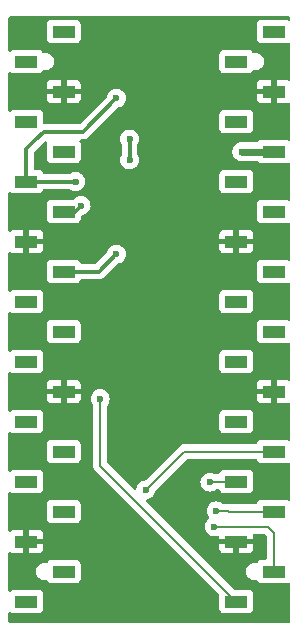
<source format=gbr>
%TF.GenerationSoftware,KiCad,Pcbnew,8.0.1*%
%TF.CreationDate,2024-03-27T22:20:37-06:00*%
%TF.ProjectId,weather-station-receiver,77656174-6865-4722-9d73-746174696f6e,rev?*%
%TF.SameCoordinates,Original*%
%TF.FileFunction,Copper,L2,Bot*%
%TF.FilePolarity,Positive*%
%FSLAX46Y46*%
G04 Gerber Fmt 4.6, Leading zero omitted, Abs format (unit mm)*
G04 Created by KiCad (PCBNEW 8.0.1) date 2024-03-27 22:20:37*
%MOMM*%
%LPD*%
G01*
G04 APERTURE LIST*
%TA.AperFunction,SMDPad,CuDef*%
%ADD10R,1.905000X1.020000*%
%TD*%
%TA.AperFunction,ViaPad*%
%ADD11C,0.600000*%
%TD*%
%TA.AperFunction,Conductor*%
%ADD12C,0.300000*%
%TD*%
%TA.AperFunction,Conductor*%
%ADD13C,0.600000*%
%TD*%
%TA.AperFunction,Conductor*%
%ADD14C,0.200000*%
%TD*%
G04 APERTURE END LIST*
D10*
%TO.P,U2,1,GP0*%
%TO.N,unconnected-(U2-GP0-Pad1)*%
X152582400Y-71729600D03*
%TO.P,U2,2,GP1*%
%TO.N,unconnected-(U2-GP1-Pad2)*%
X149377400Y-74269600D03*
%TO.P,U2,3,GND*%
%TO.N,GND*%
X152582400Y-76809600D03*
%TO.P,U2,4,GP2*%
%TO.N,unconnected-(U2-GP2-Pad4)*%
X149377400Y-79349600D03*
%TO.P,U2,5,GP3*%
%TO.N,unconnected-(U2-GP3-Pad5)*%
X152582400Y-81889600D03*
%TO.P,U2,6,GP4*%
%TO.N,/I2C0_SDA*%
X149377400Y-84429600D03*
%TO.P,U2,7,GP5*%
%TO.N,/I2C0_SCL*%
X152582400Y-86969600D03*
%TO.P,U2,8,GND__1*%
%TO.N,GND*%
X149377400Y-89509600D03*
%TO.P,U2,9,GP6*%
%TO.N,/APDS_INTR*%
X152582400Y-92049600D03*
%TO.P,U2,10,GP7*%
%TO.N,unconnected-(U2-GP7-Pad10)*%
X149377400Y-94589600D03*
%TO.P,U2,11,GP8*%
%TO.N,unconnected-(U2-GP8-Pad11)*%
X152582400Y-97129600D03*
%TO.P,U2,12,GP9*%
%TO.N,unconnected-(U2-GP9-Pad12)*%
X149377400Y-99669600D03*
%TO.P,U2,13,GND__2*%
%TO.N,GND*%
X152582400Y-102209600D03*
%TO.P,U2,14,GP10*%
%TO.N,unconnected-(U2-GP10-Pad14)*%
X149377400Y-104749600D03*
%TO.P,U2,15,GP11*%
%TO.N,unconnected-(U2-GP11-Pad15)*%
X152582400Y-107289600D03*
%TO.P,U2,16,GP12*%
%TO.N,unconnected-(U2-GP12-Pad16)*%
X149377400Y-109829600D03*
%TO.P,U2,17,GP13*%
%TO.N,unconnected-(U2-GP13-Pad17)*%
X152582400Y-112369600D03*
%TO.P,U2,18,GND__3*%
%TO.N,GND*%
X149377400Y-114909600D03*
%TO.P,U2,19,GP14*%
%TO.N,unconnected-(U2-GP14-Pad19)*%
X152582400Y-117449600D03*
%TO.P,U2,20,GP15*%
%TO.N,unconnected-(U2-GP15-Pad20)*%
X149377400Y-119989600D03*
%TO.P,U2,21,GP16*%
%TO.N,/SPI0_MISO*%
X167157400Y-119989600D03*
%TO.P,U2,22,GP17*%
%TO.N,/RFM69_CS*%
X170362400Y-117449600D03*
%TO.P,U2,23,GND__4*%
%TO.N,GND*%
X167157400Y-114909600D03*
%TO.P,U2,24,GP18*%
%TO.N,/SPI0_CLK*%
X170362400Y-112369600D03*
%TO.P,U2,25,GP19*%
%TO.N,/SPI0_MOSI*%
X167157400Y-109829600D03*
%TO.P,U2,26,GP20*%
%TO.N,/RFM69_RESET*%
X170362400Y-107289600D03*
%TO.P,U2,27,GP21*%
%TO.N,/RFM69_INTR*%
X167157400Y-104749600D03*
%TO.P,U2,28,GND__5*%
%TO.N,GND*%
X170362400Y-102209600D03*
%TO.P,U2,29,GP22*%
%TO.N,unconnected-(U2-GP22-Pad29)*%
X167157400Y-99669600D03*
%TO.P,U2,30,~{RUN}*%
%TO.N,unconnected-(U2-~{RUN}-Pad30)*%
X170362400Y-97129600D03*
%TO.P,U2,31,GP26*%
%TO.N,unconnected-(U2-GP26-Pad31)*%
X167157400Y-94589600D03*
%TO.P,U2,32,GP27*%
%TO.N,unconnected-(U2-GP27-Pad32)*%
X170362400Y-92049600D03*
%TO.P,U2,33,AGND*%
%TO.N,GND*%
X167157400Y-89509600D03*
%TO.P,U2,34,GP28*%
%TO.N,unconnected-(U2-GP28-Pad34)*%
X170362400Y-86969600D03*
%TO.P,U2,35,ADC_VREF*%
%TO.N,unconnected-(U2-ADC_VREF-Pad35)*%
X167157400Y-84429600D03*
%TO.P,U2,36,3V3_OUT*%
%TO.N,+3.3V*%
X170362400Y-81889600D03*
%TO.P,U2,37,3V3_EN*%
%TO.N,unconnected-(U2-3V3_EN-Pad37)*%
X167157400Y-79349600D03*
%TO.P,U2,38,GND__6*%
%TO.N,GND*%
X170362400Y-76809600D03*
%TO.P,U2,39,VSYS*%
%TO.N,unconnected-(U2-VSYS-Pad39)*%
X167157400Y-74269600D03*
%TO.P,U2,40,VBUS*%
%TO.N,unconnected-(U2-VBUS-Pad40)*%
X170362400Y-71729600D03*
%TD*%
D11*
%TO.N,/APDS_INTR*%
X157022800Y-90576400D03*
%TO.N,/I2C0_SDA*%
X157022800Y-77368400D03*
%TO.N,/I2C0_SCL*%
X158140400Y-80834800D03*
X158140400Y-82600800D03*
X154025600Y-86461600D03*
%TO.N,/I2C0_SDA*%
X153568400Y-84429600D03*
%TO.N,+3.3V*%
X167640000Y-81889600D03*
%TO.N,/SPI0_MOSI*%
X164947600Y-109880400D03*
%TO.N,/RFM69_RESET*%
X159512000Y-110540800D03*
%TO.N,/RFM69_CS*%
X165303200Y-113639600D03*
%TO.N,/SPI0_MISO*%
X155651200Y-102819200D03*
%TO.N,/SPI0_CLK*%
X165490998Y-112318800D03*
%TD*%
D12*
%TO.N,/APDS_INTR*%
X152582400Y-92049600D02*
X155549600Y-92049600D01*
X155549600Y-92049600D02*
X157022800Y-90576400D01*
%TO.N,/I2C0_SDA*%
X154178000Y-80213200D02*
X157022800Y-77368400D01*
X150876000Y-80213200D02*
X152755600Y-80213200D01*
X150164800Y-80924400D02*
X150876000Y-80213200D01*
X152755600Y-80213200D02*
X154178000Y-80213200D01*
X149377400Y-81711800D02*
X150164800Y-80924400D01*
X149377400Y-84429600D02*
X149377400Y-81711800D01*
%TO.N,/I2C0_SCL*%
X158140400Y-82600800D02*
X158140400Y-80834800D01*
X153517600Y-86969600D02*
X154025600Y-86461600D01*
X152582400Y-86969600D02*
X153517600Y-86969600D01*
%TO.N,/I2C0_SDA*%
X149377400Y-84429600D02*
X153568400Y-84429600D01*
D13*
%TO.N,+3.3V*%
X170362400Y-81889600D02*
X167640000Y-81889600D01*
D14*
%TO.N,/SPI0_MOSI*%
X165354000Y-109829600D02*
X167157400Y-109829600D01*
X164947600Y-109880400D02*
X165303200Y-109880400D01*
X165303200Y-109880400D02*
X165354000Y-109829600D01*
%TO.N,/RFM69_RESET*%
X162763200Y-107289600D02*
X170362400Y-107289600D01*
X159512000Y-110540800D02*
X162763200Y-107289600D01*
%TO.N,/RFM69_CS*%
X169824400Y-113639600D02*
X170362400Y-114177600D01*
X165303200Y-113639600D02*
X169824400Y-113639600D01*
X170362400Y-114177600D02*
X170362400Y-117449600D01*
%TO.N,/SPI0_MISO*%
X155651200Y-108483400D02*
X155651200Y-102819200D01*
X167157400Y-119989600D02*
X155651200Y-108483400D01*
%TO.N,/SPI0_CLK*%
X165490998Y-112318800D02*
X166522400Y-112318800D01*
X166573200Y-112369600D02*
X170362400Y-112369600D01*
X166522400Y-112318800D02*
X166573200Y-112369600D01*
%TD*%
%TA.AperFunction,Conductor*%
%TO.N,GND*%
G36*
X171705339Y-70471785D02*
G01*
X171751094Y-70524589D01*
X171762300Y-70576100D01*
X171762300Y-70681596D01*
X171742615Y-70748635D01*
X171689811Y-70794390D01*
X171620653Y-70804334D01*
X171563989Y-70780863D01*
X171557231Y-70775804D01*
X171557228Y-70775802D01*
X171422382Y-70725508D01*
X171422383Y-70725508D01*
X171362783Y-70719101D01*
X171362781Y-70719100D01*
X171362773Y-70719100D01*
X171362764Y-70719100D01*
X169362029Y-70719100D01*
X169362023Y-70719101D01*
X169302416Y-70725508D01*
X169167571Y-70775802D01*
X169167564Y-70775806D01*
X169052355Y-70862052D01*
X169052352Y-70862055D01*
X168966106Y-70977264D01*
X168966102Y-70977271D01*
X168915808Y-71112117D01*
X168909401Y-71171716D01*
X168909401Y-71171723D01*
X168909400Y-71171735D01*
X168909400Y-72287470D01*
X168909401Y-72287476D01*
X168915808Y-72347083D01*
X168966102Y-72481928D01*
X168966106Y-72481935D01*
X169052352Y-72597144D01*
X169052355Y-72597147D01*
X169167564Y-72683393D01*
X169167571Y-72683397D01*
X169302417Y-72733691D01*
X169302416Y-72733691D01*
X169309344Y-72734435D01*
X169362027Y-72740100D01*
X171362772Y-72740099D01*
X171422383Y-72733691D01*
X171557231Y-72683396D01*
X171563987Y-72678338D01*
X171629448Y-72653919D01*
X171697722Y-72668768D01*
X171747129Y-72718171D01*
X171762300Y-72777603D01*
X171762300Y-75762220D01*
X171742615Y-75829259D01*
X171689811Y-75875014D01*
X171620653Y-75884958D01*
X171563990Y-75861488D01*
X171556988Y-75856246D01*
X171556986Y-75856245D01*
X171422279Y-75806003D01*
X171422272Y-75806001D01*
X171362744Y-75799600D01*
X170612400Y-75799600D01*
X170612400Y-77819600D01*
X171362728Y-77819600D01*
X171362744Y-77819599D01*
X171422272Y-77813198D01*
X171422279Y-77813196D01*
X171556986Y-77762954D01*
X171556990Y-77762951D01*
X171563986Y-77757715D01*
X171629449Y-77733295D01*
X171697723Y-77748144D01*
X171747130Y-77797548D01*
X171762300Y-77856979D01*
X171762300Y-80841596D01*
X171742615Y-80908635D01*
X171689811Y-80954390D01*
X171620653Y-80964334D01*
X171563989Y-80940863D01*
X171557231Y-80935804D01*
X171557228Y-80935802D01*
X171422382Y-80885508D01*
X171422383Y-80885508D01*
X171362783Y-80879101D01*
X171362781Y-80879100D01*
X171362773Y-80879100D01*
X171362764Y-80879100D01*
X169362029Y-80879100D01*
X169362023Y-80879101D01*
X169302416Y-80885508D01*
X169167571Y-80935802D01*
X169167564Y-80935806D01*
X169052357Y-81022051D01*
X169052353Y-81022054D01*
X169045119Y-81031718D01*
X169039360Y-81039411D01*
X168983428Y-81081281D01*
X168940094Y-81089100D01*
X167691915Y-81089100D01*
X167678031Y-81088320D01*
X167640002Y-81084035D01*
X167639998Y-81084035D01*
X167601969Y-81088320D01*
X167588085Y-81089100D01*
X167561152Y-81089100D01*
X167521994Y-81096888D01*
X167511696Y-81098490D01*
X167460742Y-81104232D01*
X167460735Y-81104234D01*
X167436898Y-81112575D01*
X167420140Y-81117150D01*
X167406502Y-81119863D01*
X167406496Y-81119864D01*
X167357631Y-81140104D01*
X167351140Y-81142582D01*
X167290477Y-81163810D01*
X167290474Y-81163812D01*
X167280127Y-81170313D01*
X167261639Y-81179866D01*
X167260832Y-81180200D01*
X167260824Y-81180204D01*
X167206047Y-81216804D01*
X167203132Y-81218692D01*
X167137742Y-81259780D01*
X167137735Y-81259786D01*
X167010186Y-81387335D01*
X167010180Y-81387342D01*
X166969092Y-81452732D01*
X166967204Y-81455647D01*
X166930604Y-81510424D01*
X166930600Y-81510432D01*
X166930266Y-81511239D01*
X166920713Y-81529727D01*
X166914212Y-81540074D01*
X166914210Y-81540077D01*
X166892982Y-81600740D01*
X166890504Y-81607231D01*
X166870264Y-81656096D01*
X166870263Y-81656102D01*
X166867550Y-81669740D01*
X166862975Y-81686498D01*
X166854634Y-81710335D01*
X166854632Y-81710342D01*
X166848890Y-81761296D01*
X166847288Y-81771594D01*
X166839500Y-81810752D01*
X166839500Y-81837685D01*
X166838720Y-81851569D01*
X166834435Y-81889598D01*
X166834435Y-81889601D01*
X166838720Y-81927629D01*
X166839500Y-81941514D01*
X166839500Y-81968444D01*
X166847288Y-82007603D01*
X166848890Y-82017903D01*
X166854632Y-82068852D01*
X166854633Y-82068860D01*
X166862976Y-82092704D01*
X166867550Y-82109460D01*
X166870262Y-82123096D01*
X166890509Y-82171977D01*
X166892988Y-82178472D01*
X166914212Y-82239124D01*
X166920709Y-82249465D01*
X166930268Y-82267965D01*
X166930603Y-82268773D01*
X166930605Y-82268779D01*
X166967223Y-82323582D01*
X166969114Y-82326500D01*
X167010180Y-82391857D01*
X167010182Y-82391860D01*
X167010184Y-82391862D01*
X167137738Y-82519416D01*
X167203131Y-82560505D01*
X167206040Y-82562390D01*
X167260821Y-82598994D01*
X167261606Y-82599319D01*
X167280134Y-82608889D01*
X167290478Y-82615389D01*
X167351175Y-82636628D01*
X167357607Y-82639084D01*
X167386021Y-82650853D01*
X167406497Y-82659335D01*
X167406498Y-82659335D01*
X167406503Y-82659337D01*
X167420139Y-82662049D01*
X167436898Y-82666623D01*
X167460745Y-82674968D01*
X167511714Y-82680710D01*
X167521992Y-82682309D01*
X167549140Y-82687709D01*
X167561157Y-82690100D01*
X167561158Y-82690100D01*
X167588085Y-82690100D01*
X167601969Y-82690880D01*
X167639998Y-82695165D01*
X167640000Y-82695165D01*
X167640002Y-82695165D01*
X167678031Y-82690880D01*
X167691915Y-82690100D01*
X168940094Y-82690100D01*
X169007133Y-82709785D01*
X169039359Y-82739787D01*
X169049234Y-82752979D01*
X169052352Y-82757144D01*
X169052354Y-82757146D01*
X169052357Y-82757148D01*
X169167564Y-82843393D01*
X169167571Y-82843397D01*
X169302417Y-82893691D01*
X169302416Y-82893691D01*
X169309344Y-82894435D01*
X169362027Y-82900100D01*
X171362772Y-82900099D01*
X171422383Y-82893691D01*
X171557231Y-82843396D01*
X171563987Y-82838338D01*
X171629448Y-82813919D01*
X171697722Y-82828768D01*
X171747129Y-82878171D01*
X171762300Y-82937603D01*
X171762300Y-85921596D01*
X171742615Y-85988635D01*
X171689811Y-86034390D01*
X171620653Y-86044334D01*
X171563989Y-86020863D01*
X171557231Y-86015804D01*
X171557228Y-86015802D01*
X171422382Y-85965508D01*
X171422383Y-85965508D01*
X171362783Y-85959101D01*
X171362781Y-85959100D01*
X171362773Y-85959100D01*
X171362764Y-85959100D01*
X169362029Y-85959100D01*
X169362023Y-85959101D01*
X169302416Y-85965508D01*
X169167571Y-86015802D01*
X169167564Y-86015806D01*
X169052355Y-86102052D01*
X169052352Y-86102055D01*
X168966106Y-86217264D01*
X168966102Y-86217271D01*
X168915808Y-86352117D01*
X168909401Y-86411716D01*
X168909400Y-86411735D01*
X168909400Y-87527470D01*
X168909401Y-87527476D01*
X168915808Y-87587083D01*
X168966102Y-87721928D01*
X168966106Y-87721935D01*
X169052352Y-87837144D01*
X169052355Y-87837147D01*
X169167564Y-87923393D01*
X169167571Y-87923397D01*
X169302417Y-87973691D01*
X169302416Y-87973691D01*
X169309344Y-87974435D01*
X169362027Y-87980100D01*
X171362772Y-87980099D01*
X171422383Y-87973691D01*
X171557231Y-87923396D01*
X171563987Y-87918338D01*
X171629448Y-87893919D01*
X171697722Y-87908768D01*
X171747129Y-87958171D01*
X171762300Y-88017603D01*
X171762300Y-91001596D01*
X171742615Y-91068635D01*
X171689811Y-91114390D01*
X171620653Y-91124334D01*
X171563989Y-91100863D01*
X171557231Y-91095804D01*
X171557228Y-91095802D01*
X171422382Y-91045508D01*
X171422383Y-91045508D01*
X171362783Y-91039101D01*
X171362781Y-91039100D01*
X171362773Y-91039100D01*
X171362764Y-91039100D01*
X169362029Y-91039100D01*
X169362023Y-91039101D01*
X169302416Y-91045508D01*
X169167571Y-91095802D01*
X169167564Y-91095806D01*
X169052355Y-91182052D01*
X169052352Y-91182055D01*
X168966106Y-91297264D01*
X168966102Y-91297271D01*
X168915808Y-91432117D01*
X168909401Y-91491716D01*
X168909400Y-91491735D01*
X168909400Y-92607470D01*
X168909401Y-92607474D01*
X168915808Y-92667083D01*
X168966102Y-92801928D01*
X168966106Y-92801935D01*
X169052352Y-92917144D01*
X169052355Y-92917147D01*
X169167564Y-93003393D01*
X169167571Y-93003397D01*
X169302417Y-93053691D01*
X169302416Y-93053691D01*
X169309344Y-93054435D01*
X169362027Y-93060100D01*
X171362772Y-93060099D01*
X171422383Y-93053691D01*
X171557231Y-93003396D01*
X171563987Y-92998338D01*
X171629448Y-92973919D01*
X171697722Y-92988768D01*
X171747129Y-93038171D01*
X171762300Y-93097603D01*
X171762300Y-96081596D01*
X171742615Y-96148635D01*
X171689811Y-96194390D01*
X171620653Y-96204334D01*
X171563989Y-96180863D01*
X171557231Y-96175804D01*
X171557228Y-96175802D01*
X171422382Y-96125508D01*
X171422383Y-96125508D01*
X171362783Y-96119101D01*
X171362781Y-96119100D01*
X171362773Y-96119100D01*
X171362764Y-96119100D01*
X169362029Y-96119100D01*
X169362023Y-96119101D01*
X169302416Y-96125508D01*
X169167571Y-96175802D01*
X169167564Y-96175806D01*
X169052355Y-96262052D01*
X169052352Y-96262055D01*
X168966106Y-96377264D01*
X168966102Y-96377271D01*
X168915808Y-96512117D01*
X168909401Y-96571716D01*
X168909401Y-96571723D01*
X168909400Y-96571735D01*
X168909400Y-97687470D01*
X168909401Y-97687476D01*
X168915808Y-97747083D01*
X168966102Y-97881928D01*
X168966106Y-97881935D01*
X169052352Y-97997144D01*
X169052355Y-97997147D01*
X169167564Y-98083393D01*
X169167571Y-98083397D01*
X169302417Y-98133691D01*
X169302416Y-98133691D01*
X169309344Y-98134435D01*
X169362027Y-98140100D01*
X171362772Y-98140099D01*
X171422383Y-98133691D01*
X171557231Y-98083396D01*
X171563987Y-98078338D01*
X171629448Y-98053919D01*
X171697722Y-98068768D01*
X171747129Y-98118171D01*
X171762300Y-98177603D01*
X171762300Y-101162220D01*
X171742615Y-101229259D01*
X171689811Y-101275014D01*
X171620653Y-101284958D01*
X171563990Y-101261488D01*
X171556988Y-101256246D01*
X171556986Y-101256245D01*
X171422279Y-101206003D01*
X171422272Y-101206001D01*
X171362744Y-101199600D01*
X170612400Y-101199600D01*
X170612400Y-103219600D01*
X171362728Y-103219600D01*
X171362744Y-103219599D01*
X171422272Y-103213198D01*
X171422279Y-103213196D01*
X171556986Y-103162954D01*
X171556990Y-103162951D01*
X171563986Y-103157715D01*
X171629449Y-103133295D01*
X171697723Y-103148144D01*
X171747130Y-103197548D01*
X171762300Y-103256979D01*
X171762300Y-106241596D01*
X171742615Y-106308635D01*
X171689811Y-106354390D01*
X171620653Y-106364334D01*
X171563989Y-106340863D01*
X171557231Y-106335804D01*
X171557228Y-106335802D01*
X171422382Y-106285508D01*
X171422383Y-106285508D01*
X171362783Y-106279101D01*
X171362781Y-106279100D01*
X171362773Y-106279100D01*
X171362764Y-106279100D01*
X169362029Y-106279100D01*
X169362023Y-106279101D01*
X169302416Y-106285508D01*
X169167571Y-106335802D01*
X169167564Y-106335806D01*
X169052355Y-106422052D01*
X169052352Y-106422055D01*
X168966106Y-106537264D01*
X168966102Y-106537271D01*
X168939561Y-106608433D01*
X168897690Y-106664367D01*
X168832225Y-106688784D01*
X168823379Y-106689100D01*
X162842257Y-106689100D01*
X162684143Y-106689100D01*
X162531415Y-106730023D01*
X162531414Y-106730023D01*
X162531412Y-106730024D01*
X162531409Y-106730025D01*
X162481296Y-106758959D01*
X162481295Y-106758960D01*
X162437889Y-106784020D01*
X162394485Y-106809079D01*
X162394482Y-106809081D01*
X162282678Y-106920886D01*
X159493465Y-109710098D01*
X159432142Y-109743583D01*
X159419668Y-109745637D01*
X159332750Y-109755430D01*
X159162478Y-109815010D01*
X159009737Y-109910984D01*
X158882184Y-110038537D01*
X158786211Y-110191276D01*
X158726631Y-110361545D01*
X158726630Y-110361549D01*
X158720216Y-110418483D01*
X158693149Y-110482897D01*
X158635555Y-110522452D01*
X158565718Y-110524589D01*
X158509315Y-110492280D01*
X156288019Y-108270984D01*
X156254534Y-108209661D01*
X156251700Y-108183303D01*
X156251700Y-105307470D01*
X165704400Y-105307470D01*
X165704401Y-105307476D01*
X165710808Y-105367083D01*
X165761102Y-105501928D01*
X165761106Y-105501935D01*
X165847352Y-105617144D01*
X165847355Y-105617147D01*
X165962564Y-105703393D01*
X165962571Y-105703397D01*
X166097417Y-105753691D01*
X166097416Y-105753691D01*
X166104344Y-105754435D01*
X166157027Y-105760100D01*
X168157772Y-105760099D01*
X168217383Y-105753691D01*
X168352231Y-105703396D01*
X168467446Y-105617146D01*
X168553696Y-105501931D01*
X168603991Y-105367083D01*
X168610400Y-105307473D01*
X168610399Y-104191728D01*
X168603991Y-104132117D01*
X168553696Y-103997269D01*
X168553695Y-103997268D01*
X168553693Y-103997264D01*
X168467447Y-103882055D01*
X168467444Y-103882052D01*
X168352235Y-103795806D01*
X168352228Y-103795802D01*
X168217382Y-103745508D01*
X168217383Y-103745508D01*
X168157783Y-103739101D01*
X168157781Y-103739100D01*
X168157773Y-103739100D01*
X168157764Y-103739100D01*
X166157029Y-103739100D01*
X166157023Y-103739101D01*
X166097416Y-103745508D01*
X165962571Y-103795802D01*
X165962564Y-103795806D01*
X165847355Y-103882052D01*
X165847352Y-103882055D01*
X165761106Y-103997264D01*
X165761102Y-103997271D01*
X165710808Y-104132117D01*
X165704401Y-104191716D01*
X165704401Y-104191723D01*
X165704400Y-104191735D01*
X165704400Y-105307470D01*
X156251700Y-105307470D01*
X156251700Y-103401612D01*
X156271385Y-103334573D01*
X156278755Y-103324297D01*
X156281010Y-103321467D01*
X156281016Y-103321462D01*
X156376989Y-103168722D01*
X156436568Y-102998455D01*
X156455889Y-102826979D01*
X156456765Y-102819203D01*
X156456765Y-102819196D01*
X156436569Y-102639950D01*
X156436568Y-102639945D01*
X156376988Y-102469676D01*
X156370657Y-102459600D01*
X168909900Y-102459600D01*
X168909900Y-102767444D01*
X168916301Y-102826972D01*
X168916303Y-102826979D01*
X168966545Y-102961686D01*
X168966549Y-102961693D01*
X169052709Y-103076787D01*
X169052712Y-103076790D01*
X169167806Y-103162950D01*
X169167813Y-103162954D01*
X169302520Y-103213196D01*
X169302527Y-103213198D01*
X169362055Y-103219599D01*
X169362072Y-103219600D01*
X170112400Y-103219600D01*
X170112400Y-102459600D01*
X168909900Y-102459600D01*
X156370657Y-102459600D01*
X156281015Y-102316937D01*
X156153462Y-102189384D01*
X156000723Y-102093411D01*
X155830454Y-102033831D01*
X155830449Y-102033830D01*
X155651204Y-102013635D01*
X155651196Y-102013635D01*
X155471950Y-102033830D01*
X155471945Y-102033831D01*
X155301676Y-102093411D01*
X155148937Y-102189384D01*
X155021384Y-102316937D01*
X154925411Y-102469676D01*
X154865831Y-102639945D01*
X154865830Y-102639950D01*
X154845635Y-102819196D01*
X154845635Y-102819203D01*
X154865830Y-102998449D01*
X154865831Y-102998454D01*
X154925411Y-103168723D01*
X155021385Y-103321463D01*
X155023645Y-103324297D01*
X155024534Y-103326475D01*
X155025089Y-103327358D01*
X155024934Y-103327455D01*
X155050055Y-103388983D01*
X155050700Y-103401612D01*
X155050700Y-108396730D01*
X155050699Y-108396748D01*
X155050699Y-108562454D01*
X155050698Y-108562454D01*
X155091623Y-108715185D01*
X155120558Y-108765300D01*
X155120559Y-108765304D01*
X155120560Y-108765304D01*
X155170679Y-108852114D01*
X155170681Y-108852117D01*
X155289549Y-108970985D01*
X155289555Y-108970990D01*
X165668081Y-119349516D01*
X165701566Y-119410839D01*
X165704400Y-119437197D01*
X165704400Y-120547470D01*
X165704401Y-120547476D01*
X165710808Y-120607083D01*
X165761102Y-120741928D01*
X165761106Y-120741935D01*
X165847352Y-120857144D01*
X165847355Y-120857147D01*
X165962564Y-120943393D01*
X165962571Y-120943397D01*
X166097417Y-120993691D01*
X166097416Y-120993691D01*
X166104344Y-120994435D01*
X166157027Y-121000100D01*
X168157772Y-121000099D01*
X168217383Y-120993691D01*
X168352231Y-120943396D01*
X168467446Y-120857146D01*
X168553696Y-120741931D01*
X168603991Y-120607083D01*
X168610400Y-120547473D01*
X168610399Y-119431728D01*
X168603991Y-119372117D01*
X168595561Y-119349516D01*
X168553697Y-119237271D01*
X168553693Y-119237264D01*
X168467447Y-119122055D01*
X168467444Y-119122052D01*
X168352235Y-119035806D01*
X168352228Y-119035802D01*
X168217382Y-118985508D01*
X168217383Y-118985508D01*
X168157783Y-118979101D01*
X168157781Y-118979100D01*
X168157773Y-118979100D01*
X168157765Y-118979100D01*
X167047497Y-118979100D01*
X166980458Y-118959415D01*
X166959816Y-118942781D01*
X163176635Y-115159600D01*
X165704900Y-115159600D01*
X165704900Y-115467444D01*
X165711301Y-115526972D01*
X165711303Y-115526979D01*
X165761545Y-115661686D01*
X165761549Y-115661693D01*
X165847709Y-115776787D01*
X165847712Y-115776790D01*
X165962806Y-115862950D01*
X165962813Y-115862954D01*
X166097520Y-115913196D01*
X166097527Y-115913198D01*
X166157055Y-115919599D01*
X166157072Y-115919600D01*
X166907400Y-115919600D01*
X166907400Y-115159600D01*
X167407400Y-115159600D01*
X167407400Y-115919600D01*
X168157728Y-115919600D01*
X168157744Y-115919599D01*
X168217272Y-115913198D01*
X168217279Y-115913196D01*
X168351986Y-115862954D01*
X168351993Y-115862950D01*
X168467087Y-115776790D01*
X168467090Y-115776787D01*
X168553250Y-115661693D01*
X168553254Y-115661686D01*
X168603496Y-115526979D01*
X168603498Y-115526972D01*
X168609899Y-115467444D01*
X168609900Y-115467427D01*
X168609900Y-115159600D01*
X167407400Y-115159600D01*
X166907400Y-115159600D01*
X165704900Y-115159600D01*
X163176635Y-115159600D01*
X159560519Y-111543484D01*
X159527034Y-111482161D01*
X159532018Y-111412469D01*
X159573890Y-111356536D01*
X159634313Y-111332583D01*
X159691255Y-111326168D01*
X159861522Y-111266589D01*
X160014262Y-111170616D01*
X160141816Y-111043062D01*
X160237789Y-110890322D01*
X160297368Y-110720055D01*
X160307161Y-110633129D01*
X160334226Y-110568718D01*
X160342690Y-110559343D01*
X161021631Y-109880403D01*
X164142035Y-109880403D01*
X164162230Y-110059649D01*
X164162231Y-110059654D01*
X164221811Y-110229923D01*
X164304515Y-110361545D01*
X164317784Y-110382662D01*
X164445338Y-110510216D01*
X164494012Y-110540800D01*
X164559471Y-110581931D01*
X164598078Y-110606189D01*
X164675080Y-110633133D01*
X164768345Y-110665768D01*
X164768350Y-110665769D01*
X164947596Y-110685965D01*
X164947600Y-110685965D01*
X164947604Y-110685965D01*
X165126849Y-110665769D01*
X165126852Y-110665768D01*
X165126855Y-110665768D01*
X165297122Y-110606189D01*
X165449862Y-110510216D01*
X165492134Y-110467943D01*
X165532398Y-110441048D01*
X165536078Y-110439525D01*
X165583496Y-110430100D01*
X165618379Y-110430100D01*
X165685418Y-110449785D01*
X165731173Y-110502589D01*
X165734561Y-110510767D01*
X165761102Y-110581928D01*
X165761106Y-110581935D01*
X165847352Y-110697144D01*
X165847355Y-110697147D01*
X165962564Y-110783393D01*
X165962571Y-110783397D01*
X166097417Y-110833691D01*
X166097416Y-110833691D01*
X166104344Y-110834435D01*
X166157027Y-110840100D01*
X168157772Y-110840099D01*
X168217383Y-110833691D01*
X168352231Y-110783396D01*
X168467446Y-110697146D01*
X168553696Y-110581931D01*
X168603991Y-110447083D01*
X168610400Y-110387473D01*
X168610399Y-109271728D01*
X168603991Y-109212117D01*
X168601100Y-109204367D01*
X168553697Y-109077271D01*
X168553693Y-109077264D01*
X168467447Y-108962055D01*
X168467444Y-108962052D01*
X168352235Y-108875806D01*
X168352228Y-108875802D01*
X168217382Y-108825508D01*
X168217383Y-108825508D01*
X168157783Y-108819101D01*
X168157781Y-108819100D01*
X168157773Y-108819100D01*
X168157764Y-108819100D01*
X166157029Y-108819100D01*
X166157023Y-108819101D01*
X166097416Y-108825508D01*
X165962571Y-108875802D01*
X165962564Y-108875806D01*
X165847355Y-108962052D01*
X165847352Y-108962055D01*
X165761106Y-109077264D01*
X165761102Y-109077271D01*
X165734561Y-109148433D01*
X165692690Y-109204367D01*
X165627225Y-109228784D01*
X165618379Y-109229100D01*
X165451394Y-109229100D01*
X165385421Y-109210093D01*
X165297124Y-109154611D01*
X165126854Y-109095031D01*
X165126849Y-109095030D01*
X164947604Y-109074835D01*
X164947596Y-109074835D01*
X164768350Y-109095030D01*
X164768345Y-109095031D01*
X164598076Y-109154611D01*
X164445337Y-109250584D01*
X164317784Y-109378137D01*
X164221811Y-109530876D01*
X164162231Y-109701145D01*
X164162230Y-109701150D01*
X164142035Y-109880396D01*
X164142035Y-109880403D01*
X161021631Y-109880403D01*
X162975616Y-107926419D01*
X163036939Y-107892934D01*
X163063297Y-107890100D01*
X168823379Y-107890100D01*
X168890418Y-107909785D01*
X168936173Y-107962589D01*
X168939561Y-107970767D01*
X168966102Y-108041928D01*
X168966106Y-108041935D01*
X169052352Y-108157144D01*
X169052355Y-108157147D01*
X169167564Y-108243393D01*
X169167571Y-108243397D01*
X169302417Y-108293691D01*
X169302416Y-108293691D01*
X169309344Y-108294435D01*
X169362027Y-108300100D01*
X171362772Y-108300099D01*
X171422383Y-108293691D01*
X171557231Y-108243396D01*
X171563987Y-108238338D01*
X171629448Y-108213919D01*
X171697722Y-108228768D01*
X171747129Y-108278171D01*
X171762300Y-108337603D01*
X171762300Y-111321596D01*
X171742615Y-111388635D01*
X171689811Y-111434390D01*
X171620653Y-111444334D01*
X171563989Y-111420863D01*
X171557231Y-111415804D01*
X171557228Y-111415802D01*
X171422382Y-111365508D01*
X171422383Y-111365508D01*
X171362783Y-111359101D01*
X171362781Y-111359100D01*
X171362773Y-111359100D01*
X171362764Y-111359100D01*
X169362029Y-111359100D01*
X169362023Y-111359101D01*
X169302416Y-111365508D01*
X169167571Y-111415802D01*
X169167564Y-111415806D01*
X169052355Y-111502052D01*
X169052352Y-111502055D01*
X168966106Y-111617264D01*
X168966102Y-111617271D01*
X168939561Y-111688433D01*
X168897690Y-111744367D01*
X168832225Y-111768784D01*
X168823379Y-111769100D01*
X166802695Y-111769100D01*
X166762116Y-111761028D01*
X166762036Y-111761327D01*
X166757473Y-111760104D01*
X166755239Y-111759660D01*
X166754187Y-111759224D01*
X166754185Y-111759223D01*
X166601457Y-111718299D01*
X166443343Y-111718299D01*
X166435747Y-111718299D01*
X166435731Y-111718300D01*
X166073410Y-111718300D01*
X166006371Y-111698615D01*
X165996095Y-111691245D01*
X165993261Y-111688985D01*
X165993260Y-111688984D01*
X165936494Y-111653315D01*
X165840521Y-111593011D01*
X165670252Y-111533431D01*
X165670247Y-111533430D01*
X165491002Y-111513235D01*
X165490994Y-111513235D01*
X165311748Y-111533430D01*
X165311743Y-111533431D01*
X165141474Y-111593011D01*
X164988735Y-111688984D01*
X164861182Y-111816537D01*
X164765209Y-111969276D01*
X164705629Y-112139545D01*
X164705628Y-112139550D01*
X164685433Y-112318796D01*
X164685433Y-112318803D01*
X164705628Y-112498049D01*
X164705629Y-112498054D01*
X164765209Y-112668324D01*
X164863173Y-112824230D01*
X164882174Y-112891467D01*
X164861807Y-112958302D01*
X164824154Y-112995195D01*
X164800942Y-113009780D01*
X164800937Y-113009784D01*
X164673384Y-113137337D01*
X164577411Y-113290076D01*
X164517831Y-113460345D01*
X164517830Y-113460350D01*
X164497635Y-113639596D01*
X164497635Y-113639603D01*
X164517830Y-113818849D01*
X164517831Y-113818854D01*
X164577411Y-113989123D01*
X164610001Y-114040989D01*
X164673384Y-114141862D01*
X164800938Y-114269416D01*
X164844935Y-114297061D01*
X164951626Y-114364100D01*
X164953678Y-114365389D01*
X165066457Y-114404852D01*
X165123945Y-114424968D01*
X165123950Y-114424969D01*
X165303196Y-114445165D01*
X165303200Y-114445165D01*
X165303204Y-114445165D01*
X165482449Y-114424969D01*
X165482451Y-114424968D01*
X165482455Y-114424968D01*
X165482458Y-114424966D01*
X165482462Y-114424966D01*
X165539945Y-114404852D01*
X165609724Y-114401290D01*
X165670351Y-114436018D01*
X165702579Y-114498011D01*
X165704900Y-114521893D01*
X165704900Y-114659600D01*
X168609900Y-114659600D01*
X168609900Y-114364100D01*
X168629585Y-114297061D01*
X168682389Y-114251306D01*
X168733900Y-114240100D01*
X169524303Y-114240100D01*
X169591342Y-114259785D01*
X169611984Y-114276419D01*
X169725581Y-114390016D01*
X169759066Y-114451339D01*
X169761900Y-114477697D01*
X169761900Y-116315100D01*
X169742215Y-116382139D01*
X169689411Y-116427894D01*
X169637900Y-116439100D01*
X169362030Y-116439100D01*
X169362023Y-116439101D01*
X169302416Y-116445508D01*
X169167571Y-116495802D01*
X169167564Y-116495806D01*
X169052355Y-116582052D01*
X169001233Y-116650342D01*
X168945299Y-116692212D01*
X168877777Y-116697647D01*
X168834803Y-116689100D01*
X168684997Y-116689100D01*
X168684992Y-116689100D01*
X168538077Y-116718323D01*
X168538069Y-116718325D01*
X168399670Y-116775651D01*
X168399661Y-116775656D01*
X168275109Y-116858880D01*
X168275105Y-116858883D01*
X168169183Y-116964805D01*
X168169180Y-116964809D01*
X168085956Y-117089361D01*
X168085951Y-117089370D01*
X168028625Y-117227769D01*
X168028623Y-117227777D01*
X167999400Y-117374692D01*
X167999400Y-117524507D01*
X168028623Y-117671422D01*
X168028625Y-117671430D01*
X168085951Y-117809829D01*
X168085956Y-117809838D01*
X168169180Y-117934390D01*
X168169183Y-117934394D01*
X168275105Y-118040316D01*
X168275109Y-118040319D01*
X168399661Y-118123543D01*
X168399667Y-118123546D01*
X168399668Y-118123547D01*
X168538070Y-118180875D01*
X168673323Y-118207778D01*
X168684992Y-118210099D01*
X168684996Y-118210100D01*
X168684997Y-118210100D01*
X168834804Y-118210100D01*
X168847816Y-118207511D01*
X168877775Y-118201552D01*
X168947365Y-118207778D01*
X169001233Y-118248858D01*
X169052352Y-118317144D01*
X169052355Y-118317147D01*
X169167564Y-118403393D01*
X169167571Y-118403397D01*
X169302417Y-118453691D01*
X169302416Y-118453691D01*
X169309344Y-118454435D01*
X169362027Y-118460100D01*
X171362772Y-118460099D01*
X171422383Y-118453691D01*
X171557231Y-118403396D01*
X171563987Y-118398338D01*
X171629448Y-118373919D01*
X171697722Y-118388768D01*
X171747129Y-118438171D01*
X171762300Y-118497603D01*
X171762300Y-121651100D01*
X171742615Y-121718139D01*
X171689811Y-121763894D01*
X171638300Y-121775100D01*
X147995300Y-121775100D01*
X147928261Y-121755415D01*
X147882506Y-121702611D01*
X147871300Y-121651100D01*
X147871300Y-120958101D01*
X147890985Y-120891062D01*
X147943789Y-120845307D01*
X148012947Y-120835363D01*
X148069607Y-120858833D01*
X148182565Y-120943393D01*
X148182568Y-120943395D01*
X148182571Y-120943397D01*
X148317417Y-120993691D01*
X148317416Y-120993691D01*
X148324344Y-120994435D01*
X148377027Y-121000100D01*
X150377772Y-121000099D01*
X150437383Y-120993691D01*
X150572231Y-120943396D01*
X150687446Y-120857146D01*
X150773696Y-120741931D01*
X150823991Y-120607083D01*
X150830400Y-120547473D01*
X150830399Y-119431728D01*
X150823991Y-119372117D01*
X150815561Y-119349516D01*
X150773697Y-119237271D01*
X150773693Y-119237264D01*
X150687447Y-119122055D01*
X150687444Y-119122052D01*
X150572235Y-119035806D01*
X150572228Y-119035802D01*
X150437382Y-118985508D01*
X150437383Y-118985508D01*
X150377783Y-118979101D01*
X150377781Y-118979100D01*
X150377773Y-118979100D01*
X150377764Y-118979100D01*
X148377029Y-118979100D01*
X148377023Y-118979101D01*
X148317416Y-118985508D01*
X148182571Y-119035802D01*
X148182564Y-119035806D01*
X148069611Y-119120364D01*
X148004147Y-119144782D01*
X147935874Y-119129931D01*
X147886468Y-119080526D01*
X147871300Y-119021098D01*
X147871300Y-117524507D01*
X150219400Y-117524507D01*
X150248623Y-117671422D01*
X150248625Y-117671430D01*
X150305951Y-117809829D01*
X150305956Y-117809838D01*
X150389180Y-117934390D01*
X150389183Y-117934394D01*
X150495105Y-118040316D01*
X150495109Y-118040319D01*
X150619661Y-118123543D01*
X150619667Y-118123546D01*
X150619668Y-118123547D01*
X150758070Y-118180875D01*
X150893323Y-118207778D01*
X150904992Y-118210099D01*
X150904996Y-118210100D01*
X150904997Y-118210100D01*
X151054804Y-118210100D01*
X151067816Y-118207511D01*
X151097775Y-118201552D01*
X151167365Y-118207778D01*
X151221233Y-118248858D01*
X151272352Y-118317144D01*
X151272355Y-118317147D01*
X151387564Y-118403393D01*
X151387571Y-118403397D01*
X151522417Y-118453691D01*
X151522416Y-118453691D01*
X151529344Y-118454435D01*
X151582027Y-118460100D01*
X153582772Y-118460099D01*
X153642383Y-118453691D01*
X153777231Y-118403396D01*
X153892446Y-118317146D01*
X153978696Y-118201931D01*
X154028991Y-118067083D01*
X154035400Y-118007473D01*
X154035399Y-116891728D01*
X154028991Y-116832117D01*
X154007932Y-116775656D01*
X153978697Y-116697271D01*
X153978693Y-116697264D01*
X153892447Y-116582055D01*
X153892444Y-116582052D01*
X153777235Y-116495806D01*
X153777228Y-116495802D01*
X153642382Y-116445508D01*
X153642383Y-116445508D01*
X153582783Y-116439101D01*
X153582781Y-116439100D01*
X153582773Y-116439100D01*
X153582764Y-116439100D01*
X151582029Y-116439100D01*
X151582023Y-116439101D01*
X151522416Y-116445508D01*
X151387571Y-116495802D01*
X151387564Y-116495806D01*
X151272355Y-116582052D01*
X151221233Y-116650342D01*
X151165299Y-116692212D01*
X151097777Y-116697647D01*
X151054803Y-116689100D01*
X150904997Y-116689100D01*
X150904992Y-116689100D01*
X150758077Y-116718323D01*
X150758069Y-116718325D01*
X150619670Y-116775651D01*
X150619661Y-116775656D01*
X150495109Y-116858880D01*
X150495105Y-116858883D01*
X150389183Y-116964805D01*
X150389180Y-116964809D01*
X150305956Y-117089361D01*
X150305951Y-117089370D01*
X150248625Y-117227769D01*
X150248623Y-117227777D01*
X150219400Y-117374692D01*
X150219400Y-117524507D01*
X147871300Y-117524507D01*
X147871300Y-115877477D01*
X147890985Y-115810438D01*
X147943789Y-115764683D01*
X148012947Y-115754739D01*
X148069612Y-115778211D01*
X148182810Y-115862952D01*
X148182813Y-115862954D01*
X148317520Y-115913196D01*
X148317527Y-115913198D01*
X148377055Y-115919599D01*
X148377072Y-115919600D01*
X149127400Y-115919600D01*
X149127400Y-115159600D01*
X149627400Y-115159600D01*
X149627400Y-115919600D01*
X150377728Y-115919600D01*
X150377744Y-115919599D01*
X150437272Y-115913198D01*
X150437279Y-115913196D01*
X150571986Y-115862954D01*
X150571993Y-115862950D01*
X150687087Y-115776790D01*
X150687090Y-115776787D01*
X150773250Y-115661693D01*
X150773254Y-115661686D01*
X150823496Y-115526979D01*
X150823498Y-115526972D01*
X150829899Y-115467444D01*
X150829900Y-115467427D01*
X150829900Y-115159600D01*
X149627400Y-115159600D01*
X149127400Y-115159600D01*
X149127400Y-113899600D01*
X149627400Y-113899600D01*
X149627400Y-114659600D01*
X150829900Y-114659600D01*
X150829900Y-114351772D01*
X150829899Y-114351755D01*
X150823498Y-114292227D01*
X150823496Y-114292220D01*
X150773254Y-114157513D01*
X150773250Y-114157506D01*
X150687090Y-114042412D01*
X150687087Y-114042409D01*
X150571993Y-113956249D01*
X150571986Y-113956245D01*
X150437279Y-113906003D01*
X150437272Y-113906001D01*
X150377744Y-113899600D01*
X149627400Y-113899600D01*
X149127400Y-113899600D01*
X148377055Y-113899600D01*
X148317527Y-113906001D01*
X148317520Y-113906003D01*
X148182813Y-113956245D01*
X148182811Y-113956246D01*
X148069611Y-114040989D01*
X148004147Y-114065406D01*
X147935874Y-114050555D01*
X147886468Y-114001150D01*
X147871300Y-113941722D01*
X147871300Y-112927470D01*
X151129400Y-112927470D01*
X151129401Y-112927476D01*
X151135808Y-112987083D01*
X151186102Y-113121928D01*
X151186106Y-113121935D01*
X151272352Y-113237144D01*
X151272355Y-113237147D01*
X151387564Y-113323393D01*
X151387571Y-113323397D01*
X151522417Y-113373691D01*
X151522416Y-113373691D01*
X151529344Y-113374435D01*
X151582027Y-113380100D01*
X153582772Y-113380099D01*
X153642383Y-113373691D01*
X153777231Y-113323396D01*
X153892446Y-113237146D01*
X153978696Y-113121931D01*
X154028991Y-112987083D01*
X154035400Y-112927473D01*
X154035399Y-111811728D01*
X154028991Y-111752117D01*
X154026100Y-111744367D01*
X153978697Y-111617271D01*
X153978693Y-111617264D01*
X153892447Y-111502055D01*
X153892444Y-111502052D01*
X153777235Y-111415806D01*
X153777228Y-111415802D01*
X153642382Y-111365508D01*
X153642383Y-111365508D01*
X153582783Y-111359101D01*
X153582781Y-111359100D01*
X153582773Y-111359100D01*
X153582764Y-111359100D01*
X151582029Y-111359100D01*
X151582023Y-111359101D01*
X151522416Y-111365508D01*
X151387571Y-111415802D01*
X151387564Y-111415806D01*
X151272355Y-111502052D01*
X151272352Y-111502055D01*
X151186106Y-111617264D01*
X151186102Y-111617271D01*
X151135808Y-111752117D01*
X151129401Y-111811716D01*
X151129401Y-111811723D01*
X151129400Y-111811735D01*
X151129400Y-112927470D01*
X147871300Y-112927470D01*
X147871300Y-110798101D01*
X147890985Y-110731062D01*
X147943789Y-110685307D01*
X148012947Y-110675363D01*
X148069607Y-110698833D01*
X148182565Y-110783393D01*
X148182568Y-110783395D01*
X148182571Y-110783397D01*
X148317417Y-110833691D01*
X148317416Y-110833691D01*
X148324344Y-110834435D01*
X148377027Y-110840100D01*
X150377772Y-110840099D01*
X150437383Y-110833691D01*
X150572231Y-110783396D01*
X150687446Y-110697146D01*
X150773696Y-110581931D01*
X150823991Y-110447083D01*
X150830400Y-110387473D01*
X150830399Y-109271728D01*
X150823991Y-109212117D01*
X150821100Y-109204367D01*
X150773697Y-109077271D01*
X150773693Y-109077264D01*
X150687447Y-108962055D01*
X150687444Y-108962052D01*
X150572235Y-108875806D01*
X150572228Y-108875802D01*
X150437382Y-108825508D01*
X150437383Y-108825508D01*
X150377783Y-108819101D01*
X150377781Y-108819100D01*
X150377773Y-108819100D01*
X150377764Y-108819100D01*
X148377029Y-108819100D01*
X148377023Y-108819101D01*
X148317416Y-108825508D01*
X148182571Y-108875802D01*
X148182564Y-108875806D01*
X148069611Y-108960364D01*
X148004147Y-108984782D01*
X147935874Y-108969931D01*
X147886468Y-108920526D01*
X147871300Y-108861098D01*
X147871300Y-107847470D01*
X151129400Y-107847470D01*
X151129401Y-107847476D01*
X151135808Y-107907083D01*
X151186102Y-108041928D01*
X151186106Y-108041935D01*
X151272352Y-108157144D01*
X151272355Y-108157147D01*
X151387564Y-108243393D01*
X151387571Y-108243397D01*
X151522417Y-108293691D01*
X151522416Y-108293691D01*
X151529344Y-108294435D01*
X151582027Y-108300100D01*
X153582772Y-108300099D01*
X153642383Y-108293691D01*
X153777231Y-108243396D01*
X153892446Y-108157146D01*
X153978696Y-108041931D01*
X154028991Y-107907083D01*
X154035400Y-107847473D01*
X154035399Y-106731728D01*
X154028991Y-106672117D01*
X154026100Y-106664367D01*
X153978697Y-106537271D01*
X153978693Y-106537264D01*
X153892447Y-106422055D01*
X153892444Y-106422052D01*
X153777235Y-106335806D01*
X153777228Y-106335802D01*
X153642382Y-106285508D01*
X153642383Y-106285508D01*
X153582783Y-106279101D01*
X153582781Y-106279100D01*
X153582773Y-106279100D01*
X153582764Y-106279100D01*
X151582029Y-106279100D01*
X151582023Y-106279101D01*
X151522416Y-106285508D01*
X151387571Y-106335802D01*
X151387564Y-106335806D01*
X151272355Y-106422052D01*
X151272352Y-106422055D01*
X151186106Y-106537264D01*
X151186102Y-106537271D01*
X151135808Y-106672117D01*
X151129583Y-106730023D01*
X151129401Y-106731723D01*
X151129400Y-106731735D01*
X151129400Y-107847470D01*
X147871300Y-107847470D01*
X147871300Y-105718101D01*
X147890985Y-105651062D01*
X147943789Y-105605307D01*
X148012947Y-105595363D01*
X148069607Y-105618833D01*
X148182565Y-105703393D01*
X148182568Y-105703395D01*
X148182571Y-105703397D01*
X148317417Y-105753691D01*
X148317416Y-105753691D01*
X148324344Y-105754435D01*
X148377027Y-105760100D01*
X150377772Y-105760099D01*
X150437383Y-105753691D01*
X150572231Y-105703396D01*
X150687446Y-105617146D01*
X150773696Y-105501931D01*
X150823991Y-105367083D01*
X150830400Y-105307473D01*
X150830399Y-104191728D01*
X150823991Y-104132117D01*
X150773696Y-103997269D01*
X150773695Y-103997268D01*
X150773693Y-103997264D01*
X150687447Y-103882055D01*
X150687444Y-103882052D01*
X150572235Y-103795806D01*
X150572228Y-103795802D01*
X150437382Y-103745508D01*
X150437383Y-103745508D01*
X150377783Y-103739101D01*
X150377781Y-103739100D01*
X150377773Y-103739100D01*
X150377764Y-103739100D01*
X148377029Y-103739100D01*
X148377023Y-103739101D01*
X148317416Y-103745508D01*
X148182571Y-103795802D01*
X148182564Y-103795806D01*
X148069611Y-103880364D01*
X148004147Y-103904782D01*
X147935874Y-103889931D01*
X147886468Y-103840526D01*
X147871300Y-103781098D01*
X147871300Y-102459600D01*
X151129900Y-102459600D01*
X151129900Y-102767444D01*
X151136301Y-102826972D01*
X151136303Y-102826979D01*
X151186545Y-102961686D01*
X151186549Y-102961693D01*
X151272709Y-103076787D01*
X151272712Y-103076790D01*
X151387806Y-103162950D01*
X151387813Y-103162954D01*
X151522520Y-103213196D01*
X151522527Y-103213198D01*
X151582055Y-103219599D01*
X151582072Y-103219600D01*
X152332400Y-103219600D01*
X152332400Y-102459600D01*
X152832400Y-102459600D01*
X152832400Y-103219600D01*
X153582728Y-103219600D01*
X153582744Y-103219599D01*
X153642272Y-103213198D01*
X153642279Y-103213196D01*
X153776986Y-103162954D01*
X153776993Y-103162950D01*
X153892087Y-103076790D01*
X153892090Y-103076787D01*
X153978250Y-102961693D01*
X153978254Y-102961686D01*
X154028496Y-102826979D01*
X154028498Y-102826972D01*
X154034899Y-102767444D01*
X154034900Y-102767427D01*
X154034900Y-102459600D01*
X152832400Y-102459600D01*
X152332400Y-102459600D01*
X151129900Y-102459600D01*
X147871300Y-102459600D01*
X147871300Y-101959600D01*
X151129900Y-101959600D01*
X152332400Y-101959600D01*
X152332400Y-101199600D01*
X152832400Y-101199600D01*
X152832400Y-101959600D01*
X154034900Y-101959600D01*
X168909900Y-101959600D01*
X170112400Y-101959600D01*
X170112400Y-101199600D01*
X169362055Y-101199600D01*
X169302527Y-101206001D01*
X169302520Y-101206003D01*
X169167813Y-101256245D01*
X169167806Y-101256249D01*
X169052712Y-101342409D01*
X169052709Y-101342412D01*
X168966549Y-101457506D01*
X168966545Y-101457513D01*
X168916303Y-101592220D01*
X168916301Y-101592227D01*
X168909900Y-101651755D01*
X168909900Y-101959600D01*
X154034900Y-101959600D01*
X154034900Y-101651772D01*
X154034899Y-101651755D01*
X154028498Y-101592227D01*
X154028496Y-101592220D01*
X153978254Y-101457513D01*
X153978250Y-101457506D01*
X153892090Y-101342412D01*
X153892087Y-101342409D01*
X153776993Y-101256249D01*
X153776986Y-101256245D01*
X153642279Y-101206003D01*
X153642272Y-101206001D01*
X153582744Y-101199600D01*
X152832400Y-101199600D01*
X152332400Y-101199600D01*
X151582055Y-101199600D01*
X151522527Y-101206001D01*
X151522520Y-101206003D01*
X151387813Y-101256245D01*
X151387806Y-101256249D01*
X151272712Y-101342409D01*
X151272709Y-101342412D01*
X151186549Y-101457506D01*
X151186545Y-101457513D01*
X151136303Y-101592220D01*
X151136301Y-101592227D01*
X151129900Y-101651755D01*
X151129900Y-101959600D01*
X147871300Y-101959600D01*
X147871300Y-100638101D01*
X147890985Y-100571062D01*
X147943789Y-100525307D01*
X148012947Y-100515363D01*
X148069607Y-100538833D01*
X148182565Y-100623393D01*
X148182568Y-100623395D01*
X148182571Y-100623397D01*
X148317417Y-100673691D01*
X148317416Y-100673691D01*
X148324344Y-100674435D01*
X148377027Y-100680100D01*
X150377772Y-100680099D01*
X150437383Y-100673691D01*
X150572231Y-100623396D01*
X150687446Y-100537146D01*
X150773696Y-100421931D01*
X150823991Y-100287083D01*
X150830400Y-100227473D01*
X150830400Y-100227470D01*
X165704400Y-100227470D01*
X165704401Y-100227476D01*
X165710808Y-100287083D01*
X165761102Y-100421928D01*
X165761106Y-100421935D01*
X165847352Y-100537144D01*
X165847355Y-100537147D01*
X165962564Y-100623393D01*
X165962571Y-100623397D01*
X166097417Y-100673691D01*
X166097416Y-100673691D01*
X166104344Y-100674435D01*
X166157027Y-100680100D01*
X168157772Y-100680099D01*
X168217383Y-100673691D01*
X168352231Y-100623396D01*
X168467446Y-100537146D01*
X168553696Y-100421931D01*
X168603991Y-100287083D01*
X168610400Y-100227473D01*
X168610399Y-99111728D01*
X168603991Y-99052117D01*
X168553696Y-98917269D01*
X168553695Y-98917268D01*
X168553693Y-98917264D01*
X168467447Y-98802055D01*
X168467444Y-98802052D01*
X168352235Y-98715806D01*
X168352228Y-98715802D01*
X168217382Y-98665508D01*
X168217383Y-98665508D01*
X168157783Y-98659101D01*
X168157781Y-98659100D01*
X168157773Y-98659100D01*
X168157764Y-98659100D01*
X166157029Y-98659100D01*
X166157023Y-98659101D01*
X166097416Y-98665508D01*
X165962571Y-98715802D01*
X165962564Y-98715806D01*
X165847355Y-98802052D01*
X165847352Y-98802055D01*
X165761106Y-98917264D01*
X165761102Y-98917271D01*
X165710808Y-99052117D01*
X165704401Y-99111716D01*
X165704401Y-99111723D01*
X165704400Y-99111735D01*
X165704400Y-100227470D01*
X150830400Y-100227470D01*
X150830399Y-99111728D01*
X150823991Y-99052117D01*
X150773696Y-98917269D01*
X150773695Y-98917268D01*
X150773693Y-98917264D01*
X150687447Y-98802055D01*
X150687444Y-98802052D01*
X150572235Y-98715806D01*
X150572228Y-98715802D01*
X150437382Y-98665508D01*
X150437383Y-98665508D01*
X150377783Y-98659101D01*
X150377781Y-98659100D01*
X150377773Y-98659100D01*
X150377764Y-98659100D01*
X148377029Y-98659100D01*
X148377023Y-98659101D01*
X148317416Y-98665508D01*
X148182571Y-98715802D01*
X148182564Y-98715806D01*
X148069611Y-98800364D01*
X148004147Y-98824782D01*
X147935874Y-98809931D01*
X147886468Y-98760526D01*
X147871300Y-98701098D01*
X147871300Y-97687470D01*
X151129400Y-97687470D01*
X151129401Y-97687476D01*
X151135808Y-97747083D01*
X151186102Y-97881928D01*
X151186106Y-97881935D01*
X151272352Y-97997144D01*
X151272355Y-97997147D01*
X151387564Y-98083393D01*
X151387571Y-98083397D01*
X151522417Y-98133691D01*
X151522416Y-98133691D01*
X151529344Y-98134435D01*
X151582027Y-98140100D01*
X153582772Y-98140099D01*
X153642383Y-98133691D01*
X153777231Y-98083396D01*
X153892446Y-97997146D01*
X153978696Y-97881931D01*
X154028991Y-97747083D01*
X154035400Y-97687473D01*
X154035399Y-96571728D01*
X154028991Y-96512117D01*
X153978696Y-96377269D01*
X153978695Y-96377268D01*
X153978693Y-96377264D01*
X153892447Y-96262055D01*
X153892444Y-96262052D01*
X153777235Y-96175806D01*
X153777228Y-96175802D01*
X153642382Y-96125508D01*
X153642383Y-96125508D01*
X153582783Y-96119101D01*
X153582781Y-96119100D01*
X153582773Y-96119100D01*
X153582764Y-96119100D01*
X151582029Y-96119100D01*
X151582023Y-96119101D01*
X151522416Y-96125508D01*
X151387571Y-96175802D01*
X151387564Y-96175806D01*
X151272355Y-96262052D01*
X151272352Y-96262055D01*
X151186106Y-96377264D01*
X151186102Y-96377271D01*
X151135808Y-96512117D01*
X151129401Y-96571716D01*
X151129401Y-96571723D01*
X151129400Y-96571735D01*
X151129400Y-97687470D01*
X147871300Y-97687470D01*
X147871300Y-95558101D01*
X147890985Y-95491062D01*
X147943789Y-95445307D01*
X148012947Y-95435363D01*
X148069607Y-95458833D01*
X148182565Y-95543393D01*
X148182568Y-95543395D01*
X148182571Y-95543397D01*
X148317417Y-95593691D01*
X148317416Y-95593691D01*
X148324344Y-95594435D01*
X148377027Y-95600100D01*
X150377772Y-95600099D01*
X150437383Y-95593691D01*
X150572231Y-95543396D01*
X150687446Y-95457146D01*
X150773696Y-95341931D01*
X150823991Y-95207083D01*
X150830400Y-95147473D01*
X150830400Y-95147470D01*
X165704400Y-95147470D01*
X165704401Y-95147476D01*
X165710808Y-95207083D01*
X165761102Y-95341928D01*
X165761106Y-95341935D01*
X165847352Y-95457144D01*
X165847355Y-95457147D01*
X165962564Y-95543393D01*
X165962571Y-95543397D01*
X166097417Y-95593691D01*
X166097416Y-95593691D01*
X166104344Y-95594435D01*
X166157027Y-95600100D01*
X168157772Y-95600099D01*
X168217383Y-95593691D01*
X168352231Y-95543396D01*
X168467446Y-95457146D01*
X168553696Y-95341931D01*
X168603991Y-95207083D01*
X168610400Y-95147473D01*
X168610399Y-94031728D01*
X168603991Y-93972117D01*
X168553696Y-93837269D01*
X168553695Y-93837268D01*
X168553693Y-93837264D01*
X168467447Y-93722055D01*
X168467444Y-93722052D01*
X168352235Y-93635806D01*
X168352228Y-93635802D01*
X168217382Y-93585508D01*
X168217383Y-93585508D01*
X168157783Y-93579101D01*
X168157781Y-93579100D01*
X168157773Y-93579100D01*
X168157764Y-93579100D01*
X166157029Y-93579100D01*
X166157023Y-93579101D01*
X166097416Y-93585508D01*
X165962571Y-93635802D01*
X165962564Y-93635806D01*
X165847355Y-93722052D01*
X165847352Y-93722055D01*
X165761106Y-93837264D01*
X165761102Y-93837271D01*
X165710808Y-93972117D01*
X165704401Y-94031716D01*
X165704401Y-94031723D01*
X165704400Y-94031735D01*
X165704400Y-95147470D01*
X150830400Y-95147470D01*
X150830399Y-94031728D01*
X150823991Y-93972117D01*
X150773696Y-93837269D01*
X150773695Y-93837268D01*
X150773693Y-93837264D01*
X150687447Y-93722055D01*
X150687444Y-93722052D01*
X150572235Y-93635806D01*
X150572228Y-93635802D01*
X150437382Y-93585508D01*
X150437383Y-93585508D01*
X150377783Y-93579101D01*
X150377781Y-93579100D01*
X150377773Y-93579100D01*
X150377764Y-93579100D01*
X148377029Y-93579100D01*
X148377023Y-93579101D01*
X148317416Y-93585508D01*
X148182571Y-93635802D01*
X148182564Y-93635806D01*
X148069611Y-93720364D01*
X148004147Y-93744782D01*
X147935874Y-93729931D01*
X147886468Y-93680526D01*
X147871300Y-93621098D01*
X147871300Y-92607470D01*
X151129400Y-92607470D01*
X151129401Y-92607474D01*
X151135808Y-92667083D01*
X151186102Y-92801928D01*
X151186106Y-92801935D01*
X151272352Y-92917144D01*
X151272355Y-92917147D01*
X151387564Y-93003393D01*
X151387571Y-93003397D01*
X151522417Y-93053691D01*
X151522416Y-93053691D01*
X151529344Y-93054435D01*
X151582027Y-93060100D01*
X153582772Y-93060099D01*
X153642383Y-93053691D01*
X153777231Y-93003396D01*
X153892446Y-92917146D01*
X153978696Y-92801931D01*
X153986590Y-92780767D01*
X154028461Y-92724833D01*
X154093925Y-92700416D01*
X154102772Y-92700100D01*
X155613671Y-92700100D01*
X155698215Y-92683282D01*
X155739344Y-92675101D01*
X155857727Y-92626065D01*
X155885551Y-92607474D01*
X155885552Y-92607474D01*
X155944455Y-92568115D01*
X155964269Y-92554877D01*
X157121024Y-91398120D01*
X157182345Y-91364637D01*
X157194819Y-91362583D01*
X157202055Y-91361768D01*
X157372322Y-91302189D01*
X157525062Y-91206216D01*
X157652616Y-91078662D01*
X157748589Y-90925922D01*
X157808168Y-90755655D01*
X157828365Y-90576400D01*
X157821965Y-90519600D01*
X157808169Y-90397150D01*
X157808168Y-90397145D01*
X157748588Y-90226876D01*
X157652615Y-90074137D01*
X157525062Y-89946584D01*
X157372323Y-89850611D01*
X157202054Y-89791031D01*
X157202049Y-89791030D01*
X157022804Y-89770835D01*
X157022796Y-89770835D01*
X156843550Y-89791030D01*
X156843545Y-89791031D01*
X156673276Y-89850611D01*
X156520537Y-89946584D01*
X156392984Y-90074137D01*
X156297010Y-90226878D01*
X156237432Y-90397144D01*
X156237430Y-90397152D01*
X156236615Y-90404388D01*
X156209543Y-90468800D01*
X156201077Y-90478175D01*
X155316473Y-91362781D01*
X155255150Y-91396266D01*
X155228792Y-91399100D01*
X154102772Y-91399100D01*
X154035733Y-91379415D01*
X153989978Y-91326611D01*
X153986590Y-91318433D01*
X153978697Y-91297271D01*
X153978693Y-91297264D01*
X153892447Y-91182055D01*
X153892444Y-91182052D01*
X153777235Y-91095806D01*
X153777228Y-91095802D01*
X153642382Y-91045508D01*
X153642383Y-91045508D01*
X153582783Y-91039101D01*
X153582781Y-91039100D01*
X153582773Y-91039100D01*
X153582764Y-91039100D01*
X151582029Y-91039100D01*
X151582023Y-91039101D01*
X151522416Y-91045508D01*
X151387571Y-91095802D01*
X151387564Y-91095806D01*
X151272355Y-91182052D01*
X151272352Y-91182055D01*
X151186106Y-91297264D01*
X151186102Y-91297271D01*
X151135808Y-91432117D01*
X151129401Y-91491716D01*
X151129400Y-91491735D01*
X151129400Y-92607470D01*
X147871300Y-92607470D01*
X147871300Y-90477477D01*
X147890985Y-90410438D01*
X147943789Y-90364683D01*
X148012947Y-90354739D01*
X148069612Y-90378211D01*
X148182810Y-90462952D01*
X148182813Y-90462954D01*
X148317520Y-90513196D01*
X148317527Y-90513198D01*
X148377055Y-90519599D01*
X148377072Y-90519600D01*
X149127400Y-90519600D01*
X149127400Y-89759600D01*
X149627400Y-89759600D01*
X149627400Y-90519600D01*
X150377728Y-90519600D01*
X150377744Y-90519599D01*
X150437272Y-90513198D01*
X150437279Y-90513196D01*
X150571986Y-90462954D01*
X150571993Y-90462950D01*
X150687087Y-90376790D01*
X150687090Y-90376787D01*
X150773250Y-90261693D01*
X150773254Y-90261686D01*
X150823496Y-90126979D01*
X150823498Y-90126972D01*
X150829899Y-90067444D01*
X150829900Y-90067427D01*
X150829900Y-89759600D01*
X165704900Y-89759600D01*
X165704900Y-90067444D01*
X165711301Y-90126972D01*
X165711303Y-90126979D01*
X165761545Y-90261686D01*
X165761549Y-90261693D01*
X165847709Y-90376787D01*
X165847712Y-90376790D01*
X165962806Y-90462950D01*
X165962813Y-90462954D01*
X166097520Y-90513196D01*
X166097527Y-90513198D01*
X166157055Y-90519599D01*
X166157072Y-90519600D01*
X166907400Y-90519600D01*
X166907400Y-89759600D01*
X167407400Y-89759600D01*
X167407400Y-90519600D01*
X168157728Y-90519600D01*
X168157744Y-90519599D01*
X168217272Y-90513198D01*
X168217279Y-90513196D01*
X168351986Y-90462954D01*
X168351993Y-90462950D01*
X168467087Y-90376790D01*
X168467090Y-90376787D01*
X168553250Y-90261693D01*
X168553254Y-90261686D01*
X168603496Y-90126979D01*
X168603498Y-90126972D01*
X168609899Y-90067444D01*
X168609900Y-90067427D01*
X168609900Y-89759600D01*
X167407400Y-89759600D01*
X166907400Y-89759600D01*
X165704900Y-89759600D01*
X150829900Y-89759600D01*
X149627400Y-89759600D01*
X149127400Y-89759600D01*
X149127400Y-88499600D01*
X149627400Y-88499600D01*
X149627400Y-89259600D01*
X150829900Y-89259600D01*
X165704900Y-89259600D01*
X166907400Y-89259600D01*
X166907400Y-88499600D01*
X167407400Y-88499600D01*
X167407400Y-89259600D01*
X168609900Y-89259600D01*
X168609900Y-88951772D01*
X168609899Y-88951755D01*
X168603498Y-88892227D01*
X168603496Y-88892220D01*
X168553254Y-88757513D01*
X168553250Y-88757506D01*
X168467090Y-88642412D01*
X168467087Y-88642409D01*
X168351993Y-88556249D01*
X168351986Y-88556245D01*
X168217279Y-88506003D01*
X168217272Y-88506001D01*
X168157744Y-88499600D01*
X167407400Y-88499600D01*
X166907400Y-88499600D01*
X166157055Y-88499600D01*
X166097527Y-88506001D01*
X166097520Y-88506003D01*
X165962813Y-88556245D01*
X165962806Y-88556249D01*
X165847712Y-88642409D01*
X165847709Y-88642412D01*
X165761549Y-88757506D01*
X165761545Y-88757513D01*
X165711303Y-88892220D01*
X165711301Y-88892227D01*
X165704900Y-88951755D01*
X165704900Y-89259600D01*
X150829900Y-89259600D01*
X150829900Y-88951772D01*
X150829899Y-88951755D01*
X150823498Y-88892227D01*
X150823496Y-88892220D01*
X150773254Y-88757513D01*
X150773250Y-88757506D01*
X150687090Y-88642412D01*
X150687087Y-88642409D01*
X150571993Y-88556249D01*
X150571986Y-88556245D01*
X150437279Y-88506003D01*
X150437272Y-88506001D01*
X150377744Y-88499600D01*
X149627400Y-88499600D01*
X149127400Y-88499600D01*
X148377055Y-88499600D01*
X148317527Y-88506001D01*
X148317520Y-88506003D01*
X148182813Y-88556245D01*
X148182811Y-88556246D01*
X148069611Y-88640989D01*
X148004147Y-88665406D01*
X147935874Y-88650555D01*
X147886468Y-88601150D01*
X147871300Y-88541722D01*
X147871300Y-87527470D01*
X151129400Y-87527470D01*
X151129401Y-87527476D01*
X151135808Y-87587083D01*
X151186102Y-87721928D01*
X151186106Y-87721935D01*
X151272352Y-87837144D01*
X151272355Y-87837147D01*
X151387564Y-87923393D01*
X151387571Y-87923397D01*
X151522417Y-87973691D01*
X151522416Y-87973691D01*
X151529344Y-87974435D01*
X151582027Y-87980100D01*
X153582772Y-87980099D01*
X153642383Y-87973691D01*
X153777231Y-87923396D01*
X153892446Y-87837146D01*
X153978696Y-87721931D01*
X154028991Y-87587083D01*
X154035400Y-87527473D01*
X154035399Y-87423106D01*
X154055083Y-87356069D01*
X154071713Y-87335431D01*
X154123824Y-87283320D01*
X154185145Y-87249837D01*
X154197619Y-87247783D01*
X154204855Y-87246968D01*
X154375122Y-87187389D01*
X154527862Y-87091416D01*
X154655416Y-86963862D01*
X154751389Y-86811122D01*
X154810968Y-86640855D01*
X154831165Y-86461600D01*
X154825544Y-86411716D01*
X154810969Y-86282350D01*
X154810968Y-86282345D01*
X154751388Y-86112076D01*
X154690895Y-86015802D01*
X154655416Y-85959338D01*
X154527862Y-85831784D01*
X154375123Y-85735811D01*
X154204854Y-85676231D01*
X154204849Y-85676230D01*
X154025604Y-85656035D01*
X154025596Y-85656035D01*
X153846350Y-85676230D01*
X153846345Y-85676231D01*
X153676076Y-85735811D01*
X153523337Y-85831784D01*
X153432339Y-85922782D01*
X153371015Y-85956266D01*
X153344658Y-85959100D01*
X151582029Y-85959100D01*
X151582023Y-85959101D01*
X151522416Y-85965508D01*
X151387571Y-86015802D01*
X151387564Y-86015806D01*
X151272355Y-86102052D01*
X151272352Y-86102055D01*
X151186106Y-86217264D01*
X151186102Y-86217271D01*
X151135808Y-86352117D01*
X151129401Y-86411716D01*
X151129400Y-86411735D01*
X151129400Y-87527470D01*
X147871300Y-87527470D01*
X147871300Y-85398101D01*
X147890985Y-85331062D01*
X147943789Y-85285307D01*
X148012947Y-85275363D01*
X148069607Y-85298833D01*
X148182565Y-85383393D01*
X148182568Y-85383395D01*
X148182571Y-85383397D01*
X148317417Y-85433691D01*
X148317416Y-85433691D01*
X148324344Y-85434435D01*
X148377027Y-85440100D01*
X150377772Y-85440099D01*
X150437383Y-85433691D01*
X150572231Y-85383396D01*
X150687446Y-85297146D01*
X150773696Y-85181931D01*
X150781590Y-85160767D01*
X150823461Y-85104833D01*
X150888925Y-85080416D01*
X150897772Y-85080100D01*
X153063332Y-85080100D01*
X153129304Y-85099106D01*
X153218877Y-85155389D01*
X153218881Y-85155390D01*
X153389137Y-85214966D01*
X153389143Y-85214967D01*
X153389145Y-85214968D01*
X153389146Y-85214968D01*
X153389150Y-85214969D01*
X153568396Y-85235165D01*
X153568400Y-85235165D01*
X153568404Y-85235165D01*
X153747649Y-85214969D01*
X153747652Y-85214968D01*
X153747655Y-85214968D01*
X153917922Y-85155389D01*
X154070662Y-85059416D01*
X154142608Y-84987470D01*
X165704400Y-84987470D01*
X165704401Y-84987476D01*
X165710808Y-85047083D01*
X165761102Y-85181928D01*
X165761106Y-85181935D01*
X165847352Y-85297144D01*
X165847355Y-85297147D01*
X165962564Y-85383393D01*
X165962571Y-85383397D01*
X166097417Y-85433691D01*
X166097416Y-85433691D01*
X166104344Y-85434435D01*
X166157027Y-85440100D01*
X168157772Y-85440099D01*
X168217383Y-85433691D01*
X168352231Y-85383396D01*
X168467446Y-85297146D01*
X168553696Y-85181931D01*
X168603991Y-85047083D01*
X168610400Y-84987473D01*
X168610399Y-83871728D01*
X168603991Y-83812117D01*
X168591676Y-83779100D01*
X168553697Y-83677271D01*
X168553693Y-83677264D01*
X168467447Y-83562055D01*
X168467444Y-83562052D01*
X168352235Y-83475806D01*
X168352228Y-83475802D01*
X168217382Y-83425508D01*
X168217383Y-83425508D01*
X168157783Y-83419101D01*
X168157781Y-83419100D01*
X168157773Y-83419100D01*
X168157764Y-83419100D01*
X166157029Y-83419100D01*
X166157023Y-83419101D01*
X166097416Y-83425508D01*
X165962571Y-83475802D01*
X165962564Y-83475806D01*
X165847355Y-83562052D01*
X165847352Y-83562055D01*
X165761106Y-83677264D01*
X165761102Y-83677271D01*
X165710808Y-83812117D01*
X165704401Y-83871716D01*
X165704401Y-83871723D01*
X165704400Y-83871735D01*
X165704400Y-84987470D01*
X154142608Y-84987470D01*
X154198216Y-84931862D01*
X154294189Y-84779122D01*
X154353768Y-84608855D01*
X154373965Y-84429600D01*
X154353768Y-84250345D01*
X154294189Y-84080078D01*
X154198216Y-83927338D01*
X154070662Y-83799784D01*
X154007496Y-83760094D01*
X153917923Y-83703811D01*
X153747654Y-83644231D01*
X153747649Y-83644230D01*
X153568404Y-83624035D01*
X153568396Y-83624035D01*
X153389150Y-83644230D01*
X153389137Y-83644233D01*
X153218881Y-83703809D01*
X153218877Y-83703810D01*
X153129304Y-83760094D01*
X153063332Y-83779100D01*
X150897772Y-83779100D01*
X150830733Y-83759415D01*
X150784978Y-83706611D01*
X150781590Y-83698433D01*
X150773697Y-83677271D01*
X150773693Y-83677264D01*
X150687447Y-83562055D01*
X150687444Y-83562052D01*
X150572235Y-83475806D01*
X150572228Y-83475802D01*
X150437382Y-83425508D01*
X150437383Y-83425508D01*
X150377783Y-83419101D01*
X150377781Y-83419100D01*
X150377773Y-83419100D01*
X150377765Y-83419100D01*
X150151900Y-83419100D01*
X150084861Y-83399415D01*
X150039106Y-83346611D01*
X150027900Y-83295100D01*
X150027900Y-82032608D01*
X150047585Y-81965569D01*
X150064219Y-81944927D01*
X150670077Y-81339069D01*
X150792342Y-81216804D01*
X150969959Y-81039186D01*
X151031280Y-81005703D01*
X151100971Y-81010687D01*
X151156905Y-81052558D01*
X151181322Y-81118023D01*
X151173820Y-81170201D01*
X151135809Y-81272114D01*
X151135808Y-81272116D01*
X151129401Y-81331716D01*
X151129401Y-81331723D01*
X151129400Y-81331735D01*
X151129400Y-82447470D01*
X151129401Y-82447476D01*
X151135808Y-82507083D01*
X151186102Y-82641928D01*
X151186106Y-82641935D01*
X151272352Y-82757144D01*
X151272355Y-82757147D01*
X151387564Y-82843393D01*
X151387571Y-82843397D01*
X151522417Y-82893691D01*
X151522416Y-82893691D01*
X151529344Y-82894435D01*
X151582027Y-82900100D01*
X153582772Y-82900099D01*
X153642383Y-82893691D01*
X153777231Y-82843396D01*
X153892446Y-82757146D01*
X153978696Y-82641931D01*
X153994036Y-82600803D01*
X157334835Y-82600803D01*
X157355030Y-82780049D01*
X157355031Y-82780054D01*
X157414611Y-82950323D01*
X157510584Y-83103062D01*
X157638138Y-83230616D01*
X157790878Y-83326589D01*
X157848098Y-83346611D01*
X157961145Y-83386168D01*
X157961150Y-83386169D01*
X158140396Y-83406365D01*
X158140400Y-83406365D01*
X158140404Y-83406365D01*
X158319649Y-83386169D01*
X158319652Y-83386168D01*
X158319655Y-83386168D01*
X158489922Y-83326589D01*
X158642662Y-83230616D01*
X158770216Y-83103062D01*
X158866189Y-82950322D01*
X158925768Y-82780055D01*
X158928349Y-82757147D01*
X158945965Y-82600803D01*
X158945965Y-82600796D01*
X158925769Y-82421550D01*
X158925766Y-82421537D01*
X158866190Y-82251281D01*
X158866189Y-82251278D01*
X158820442Y-82178472D01*
X158809906Y-82161703D01*
X158790900Y-82095731D01*
X158790900Y-81339867D01*
X158809907Y-81273894D01*
X158866188Y-81184324D01*
X158871130Y-81170201D01*
X158925768Y-81014055D01*
X158925769Y-81014049D01*
X158945965Y-80834803D01*
X158945965Y-80834796D01*
X158925769Y-80655550D01*
X158925768Y-80655545D01*
X158896457Y-80571780D01*
X158866189Y-80485278D01*
X158770216Y-80332538D01*
X158642662Y-80204984D01*
X158627350Y-80195363D01*
X158489923Y-80109011D01*
X158319654Y-80049431D01*
X158319649Y-80049430D01*
X158140404Y-80029235D01*
X158140396Y-80029235D01*
X157961150Y-80049430D01*
X157961145Y-80049431D01*
X157790876Y-80109011D01*
X157638137Y-80204984D01*
X157510584Y-80332537D01*
X157414611Y-80485276D01*
X157355031Y-80655545D01*
X157355030Y-80655550D01*
X157334835Y-80834796D01*
X157334835Y-80834803D01*
X157355030Y-81014049D01*
X157355031Y-81014054D01*
X157414611Y-81184324D01*
X157470893Y-81273894D01*
X157489900Y-81339867D01*
X157489900Y-82095731D01*
X157470894Y-82161703D01*
X157414611Y-82251277D01*
X157414609Y-82251281D01*
X157355033Y-82421537D01*
X157355030Y-82421550D01*
X157334835Y-82600796D01*
X157334835Y-82600803D01*
X153994036Y-82600803D01*
X154028991Y-82507083D01*
X154035400Y-82447473D01*
X154035399Y-81331728D01*
X154028991Y-81272117D01*
X153996246Y-81184324D01*
X153978697Y-81137271D01*
X153978695Y-81137268D01*
X153922357Y-81062010D01*
X153897940Y-80996548D01*
X153912791Y-80928274D01*
X153962196Y-80878869D01*
X154021624Y-80863700D01*
X154242071Y-80863700D01*
X154353190Y-80841596D01*
X154367744Y-80838701D01*
X154486127Y-80789665D01*
X154514464Y-80770731D01*
X154592669Y-80718477D01*
X155403675Y-79907470D01*
X165704400Y-79907470D01*
X165704401Y-79907476D01*
X165710808Y-79967083D01*
X165761102Y-80101928D01*
X165761106Y-80101935D01*
X165847352Y-80217144D01*
X165847355Y-80217147D01*
X165962564Y-80303393D01*
X165962571Y-80303397D01*
X166097417Y-80353691D01*
X166097416Y-80353691D01*
X166104344Y-80354435D01*
X166157027Y-80360100D01*
X168157772Y-80360099D01*
X168217383Y-80353691D01*
X168352231Y-80303396D01*
X168467446Y-80217146D01*
X168553696Y-80101931D01*
X168603991Y-79967083D01*
X168610400Y-79907473D01*
X168610399Y-78791728D01*
X168603991Y-78732117D01*
X168553696Y-78597269D01*
X168553695Y-78597268D01*
X168553693Y-78597264D01*
X168467447Y-78482055D01*
X168467444Y-78482052D01*
X168352235Y-78395806D01*
X168352228Y-78395802D01*
X168217382Y-78345508D01*
X168217383Y-78345508D01*
X168157783Y-78339101D01*
X168157781Y-78339100D01*
X168157773Y-78339100D01*
X168157764Y-78339100D01*
X166157029Y-78339100D01*
X166157023Y-78339101D01*
X166097416Y-78345508D01*
X165962571Y-78395802D01*
X165962564Y-78395806D01*
X165847355Y-78482052D01*
X165847352Y-78482055D01*
X165761106Y-78597264D01*
X165761102Y-78597271D01*
X165710808Y-78732117D01*
X165704401Y-78791716D01*
X165704401Y-78791723D01*
X165704400Y-78791735D01*
X165704400Y-79907470D01*
X155403675Y-79907470D01*
X157121024Y-78190120D01*
X157182345Y-78156637D01*
X157194819Y-78154583D01*
X157202055Y-78153768D01*
X157372322Y-78094189D01*
X157525062Y-77998216D01*
X157652616Y-77870662D01*
X157748589Y-77717922D01*
X157808168Y-77547655D01*
X157828365Y-77368400D01*
X157828257Y-77367444D01*
X157808169Y-77189150D01*
X157808168Y-77189145D01*
X157762838Y-77059600D01*
X168909900Y-77059600D01*
X168909900Y-77367444D01*
X168916301Y-77426972D01*
X168916303Y-77426979D01*
X168966545Y-77561686D01*
X168966549Y-77561693D01*
X169052709Y-77676787D01*
X169052712Y-77676790D01*
X169167806Y-77762950D01*
X169167813Y-77762954D01*
X169302520Y-77813196D01*
X169302527Y-77813198D01*
X169362055Y-77819599D01*
X169362072Y-77819600D01*
X170112400Y-77819600D01*
X170112400Y-77059600D01*
X168909900Y-77059600D01*
X157762838Y-77059600D01*
X157748588Y-77018876D01*
X157652615Y-76866137D01*
X157525062Y-76738584D01*
X157372323Y-76642611D01*
X157202054Y-76583031D01*
X157202049Y-76583030D01*
X157022804Y-76562835D01*
X157022796Y-76562835D01*
X156843550Y-76583030D01*
X156843545Y-76583031D01*
X156673276Y-76642611D01*
X156520537Y-76738584D01*
X156392984Y-76866137D01*
X156297010Y-77018878D01*
X156237432Y-77189144D01*
X156237430Y-77189152D01*
X156236615Y-77196388D01*
X156209543Y-77260800D01*
X156201077Y-77270175D01*
X153944873Y-79526381D01*
X153883550Y-79559866D01*
X153857192Y-79562700D01*
X150954400Y-79562700D01*
X150887361Y-79543015D01*
X150841606Y-79490211D01*
X150830400Y-79438700D01*
X150830399Y-78791729D01*
X150830398Y-78791723D01*
X150830397Y-78791716D01*
X150823991Y-78732117D01*
X150773696Y-78597269D01*
X150773695Y-78597268D01*
X150773693Y-78597264D01*
X150687447Y-78482055D01*
X150687444Y-78482052D01*
X150572235Y-78395806D01*
X150572228Y-78395802D01*
X150437382Y-78345508D01*
X150437383Y-78345508D01*
X150377783Y-78339101D01*
X150377781Y-78339100D01*
X150377773Y-78339100D01*
X150377764Y-78339100D01*
X148377029Y-78339100D01*
X148377023Y-78339101D01*
X148317416Y-78345508D01*
X148182571Y-78395802D01*
X148182564Y-78395806D01*
X148069611Y-78480364D01*
X148004147Y-78504782D01*
X147935874Y-78489931D01*
X147886468Y-78440526D01*
X147871300Y-78381098D01*
X147871300Y-77059600D01*
X151129900Y-77059600D01*
X151129900Y-77367444D01*
X151136301Y-77426972D01*
X151136303Y-77426979D01*
X151186545Y-77561686D01*
X151186549Y-77561693D01*
X151272709Y-77676787D01*
X151272712Y-77676790D01*
X151387806Y-77762950D01*
X151387813Y-77762954D01*
X151522520Y-77813196D01*
X151522527Y-77813198D01*
X151582055Y-77819599D01*
X151582072Y-77819600D01*
X152332400Y-77819600D01*
X152332400Y-77059600D01*
X152832400Y-77059600D01*
X152832400Y-77819600D01*
X153582728Y-77819600D01*
X153582744Y-77819599D01*
X153642272Y-77813198D01*
X153642279Y-77813196D01*
X153776986Y-77762954D01*
X153776993Y-77762950D01*
X153892087Y-77676790D01*
X153892090Y-77676787D01*
X153978250Y-77561693D01*
X153978254Y-77561686D01*
X154028496Y-77426979D01*
X154028498Y-77426972D01*
X154034899Y-77367444D01*
X154034900Y-77367427D01*
X154034900Y-77059600D01*
X152832400Y-77059600D01*
X152332400Y-77059600D01*
X151129900Y-77059600D01*
X147871300Y-77059600D01*
X147871300Y-76559600D01*
X151129900Y-76559600D01*
X152332400Y-76559600D01*
X152332400Y-75799600D01*
X152832400Y-75799600D01*
X152832400Y-76559600D01*
X154034900Y-76559600D01*
X168909900Y-76559600D01*
X170112400Y-76559600D01*
X170112400Y-75799600D01*
X169362055Y-75799600D01*
X169302527Y-75806001D01*
X169302520Y-75806003D01*
X169167813Y-75856245D01*
X169167806Y-75856249D01*
X169052712Y-75942409D01*
X169052709Y-75942412D01*
X168966549Y-76057506D01*
X168966545Y-76057513D01*
X168916303Y-76192220D01*
X168916301Y-76192227D01*
X168909900Y-76251755D01*
X168909900Y-76559600D01*
X154034900Y-76559600D01*
X154034900Y-76251772D01*
X154034899Y-76251755D01*
X154028498Y-76192227D01*
X154028496Y-76192220D01*
X153978254Y-76057513D01*
X153978250Y-76057506D01*
X153892090Y-75942412D01*
X153892087Y-75942409D01*
X153776993Y-75856249D01*
X153776986Y-75856245D01*
X153642279Y-75806003D01*
X153642272Y-75806001D01*
X153582744Y-75799600D01*
X152832400Y-75799600D01*
X152332400Y-75799600D01*
X151582055Y-75799600D01*
X151522527Y-75806001D01*
X151522520Y-75806003D01*
X151387813Y-75856245D01*
X151387806Y-75856249D01*
X151272712Y-75942409D01*
X151272709Y-75942412D01*
X151186549Y-76057506D01*
X151186545Y-76057513D01*
X151136303Y-76192220D01*
X151136301Y-76192227D01*
X151129900Y-76251755D01*
X151129900Y-76559600D01*
X147871300Y-76559600D01*
X147871300Y-75238101D01*
X147890985Y-75171062D01*
X147943789Y-75125307D01*
X148012947Y-75115363D01*
X148069607Y-75138833D01*
X148182565Y-75223393D01*
X148182568Y-75223395D01*
X148182571Y-75223397D01*
X148317417Y-75273691D01*
X148317416Y-75273691D01*
X148324344Y-75274435D01*
X148377027Y-75280100D01*
X150377772Y-75280099D01*
X150437383Y-75273691D01*
X150572231Y-75223396D01*
X150687446Y-75137146D01*
X150738566Y-75068857D01*
X150794498Y-75026987D01*
X150862023Y-75021552D01*
X150888754Y-75026869D01*
X150904996Y-75030100D01*
X150904997Y-75030100D01*
X151054804Y-75030100D01*
X151054805Y-75030099D01*
X151201730Y-75000875D01*
X151340132Y-74943547D01*
X151464691Y-74860319D01*
X151497540Y-74827470D01*
X165704400Y-74827470D01*
X165704401Y-74827476D01*
X165710808Y-74887083D01*
X165761102Y-75021928D01*
X165761106Y-75021935D01*
X165847352Y-75137144D01*
X165847355Y-75137147D01*
X165962564Y-75223393D01*
X165962571Y-75223397D01*
X166097417Y-75273691D01*
X166097416Y-75273691D01*
X166104344Y-75274435D01*
X166157027Y-75280100D01*
X168157772Y-75280099D01*
X168217383Y-75273691D01*
X168352231Y-75223396D01*
X168467446Y-75137146D01*
X168518566Y-75068857D01*
X168574498Y-75026987D01*
X168642023Y-75021552D01*
X168668754Y-75026869D01*
X168684996Y-75030100D01*
X168684997Y-75030100D01*
X168834804Y-75030100D01*
X168834805Y-75030099D01*
X168981730Y-75000875D01*
X169120132Y-74943547D01*
X169244691Y-74860319D01*
X169350619Y-74754391D01*
X169433847Y-74629832D01*
X169491175Y-74491430D01*
X169520400Y-74344503D01*
X169520400Y-74194697D01*
X169491175Y-74047770D01*
X169433847Y-73909368D01*
X169433846Y-73909367D01*
X169433843Y-73909361D01*
X169350619Y-73784809D01*
X169350616Y-73784805D01*
X169244694Y-73678883D01*
X169244690Y-73678880D01*
X169120138Y-73595656D01*
X169120129Y-73595651D01*
X168981730Y-73538325D01*
X168981722Y-73538323D01*
X168834807Y-73509100D01*
X168834803Y-73509100D01*
X168684997Y-73509100D01*
X168642020Y-73517648D01*
X168572429Y-73511419D01*
X168518566Y-73470341D01*
X168467446Y-73402054D01*
X168467445Y-73402053D01*
X168467444Y-73402052D01*
X168352235Y-73315806D01*
X168352228Y-73315802D01*
X168217382Y-73265508D01*
X168217383Y-73265508D01*
X168157783Y-73259101D01*
X168157781Y-73259100D01*
X168157773Y-73259100D01*
X168157764Y-73259100D01*
X166157029Y-73259100D01*
X166157023Y-73259101D01*
X166097416Y-73265508D01*
X165962571Y-73315802D01*
X165962564Y-73315806D01*
X165847355Y-73402052D01*
X165847352Y-73402055D01*
X165761106Y-73517264D01*
X165761102Y-73517271D01*
X165710808Y-73652117D01*
X165704401Y-73711716D01*
X165704400Y-73711735D01*
X165704400Y-74827470D01*
X151497540Y-74827470D01*
X151570619Y-74754391D01*
X151653847Y-74629832D01*
X151711175Y-74491430D01*
X151740400Y-74344503D01*
X151740400Y-74194697D01*
X151711175Y-74047770D01*
X151653847Y-73909368D01*
X151653846Y-73909367D01*
X151653843Y-73909361D01*
X151570619Y-73784809D01*
X151570616Y-73784805D01*
X151464694Y-73678883D01*
X151464690Y-73678880D01*
X151340138Y-73595656D01*
X151340129Y-73595651D01*
X151201730Y-73538325D01*
X151201722Y-73538323D01*
X151054807Y-73509100D01*
X151054803Y-73509100D01*
X150904997Y-73509100D01*
X150862020Y-73517648D01*
X150792429Y-73511419D01*
X150738566Y-73470341D01*
X150687446Y-73402054D01*
X150687445Y-73402053D01*
X150687444Y-73402052D01*
X150572235Y-73315806D01*
X150572228Y-73315802D01*
X150437382Y-73265508D01*
X150437383Y-73265508D01*
X150377783Y-73259101D01*
X150377781Y-73259100D01*
X150377773Y-73259100D01*
X150377764Y-73259100D01*
X148377029Y-73259100D01*
X148377023Y-73259101D01*
X148317416Y-73265508D01*
X148182571Y-73315802D01*
X148182564Y-73315806D01*
X148069611Y-73400364D01*
X148004147Y-73424782D01*
X147935874Y-73409931D01*
X147886468Y-73360526D01*
X147871300Y-73301098D01*
X147871300Y-72287470D01*
X151129400Y-72287470D01*
X151129401Y-72287476D01*
X151135808Y-72347083D01*
X151186102Y-72481928D01*
X151186106Y-72481935D01*
X151272352Y-72597144D01*
X151272355Y-72597147D01*
X151387564Y-72683393D01*
X151387571Y-72683397D01*
X151522417Y-72733691D01*
X151522416Y-72733691D01*
X151529344Y-72734435D01*
X151582027Y-72740100D01*
X153582772Y-72740099D01*
X153642383Y-72733691D01*
X153777231Y-72683396D01*
X153892446Y-72597146D01*
X153978696Y-72481931D01*
X154028991Y-72347083D01*
X154035400Y-72287473D01*
X154035399Y-71171728D01*
X154028991Y-71112117D01*
X153978696Y-70977269D01*
X153978695Y-70977268D01*
X153978693Y-70977264D01*
X153892447Y-70862055D01*
X153892444Y-70862052D01*
X153777235Y-70775806D01*
X153777228Y-70775802D01*
X153642382Y-70725508D01*
X153642383Y-70725508D01*
X153582783Y-70719101D01*
X153582781Y-70719100D01*
X153582773Y-70719100D01*
X153582764Y-70719100D01*
X151582029Y-70719100D01*
X151582023Y-70719101D01*
X151522416Y-70725508D01*
X151387571Y-70775802D01*
X151387564Y-70775806D01*
X151272355Y-70862052D01*
X151272352Y-70862055D01*
X151186106Y-70977264D01*
X151186102Y-70977271D01*
X151135808Y-71112117D01*
X151129401Y-71171716D01*
X151129401Y-71171723D01*
X151129400Y-71171735D01*
X151129400Y-72287470D01*
X147871300Y-72287470D01*
X147871300Y-70576100D01*
X147890985Y-70509061D01*
X147943789Y-70463306D01*
X147995300Y-70452100D01*
X171638300Y-70452100D01*
X171705339Y-70471785D01*
G37*
%TD.AperFunction*%
%TD*%
M02*

</source>
